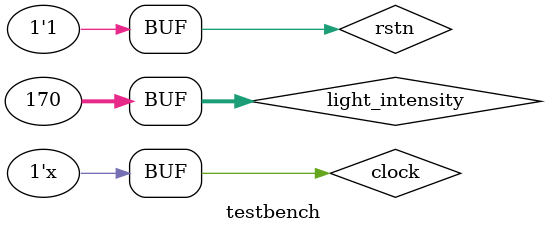
<source format=sv>
`timescale 1ns/1ps
module testbench ();
	reg  		rstn;
	reg  [31:0] light_intensity;
	reg   [3:0] count_out;
	reg         xbs_select;
    reg  [31:0] mem_addr;
    reg  [31:0] mem_data_in;
    reg         mem_rnw;
    reg  [ 3:0] mem_be;
    reg         mem_ack;
    reg  [31:0] mem_data_out;




//-------------------------------------------------------------------
// Testbranch reconfiguration-trriger
//-------------------------------------------------------------------
	initial
		begin
			rstn = 0; light_intensity =   0; #100;
			rstn = 1; light_intensity =  80; #10000;
			rstn = 1; light_intensity = 180; #10000;
			rstn = 0; light_intensity =   0; #10000;
			rstn = 1; light_intensity = 180; #10000;
			rstn = 1; light_intensity =  70; #10000;
			rstn = 1; light_intensity = 170; #10000;
	end

//-------------------------------------------------------------------
// simulation-only clock period=10ns 100 MHz
//-------------------------------------------------------------------
	reg clock;
	initial clock=0;
	always #5 clock=~clock;


	top top_0(clock,rstn,light_intensity,count_out,xbs_select,
				mem_addr,mem_data_in,mem_rnw,mem_be,mem_ack,
				mem_data_out);

//-------------------------------------------------------------------
// Virtual external re-configuration memory
//-------------------------------------------------------------------

	memctrl mem_0(
		.clk              (clock              ), // external clock
		.rstn             (                   ), // not use pin
			
		.xbs_select       (xbs_select         ), // mem select signal, sel=1 mem enable
		.xbs_addr         (mem_addr           ), // mem address selection
		.xbs_data         (mem_data_in        ), // mem 32-bit data input AXI 
		.xbs_rnw          (mem_rnw            ), // rnw=1, read mode; rnw=0, write mode
		.xbs_be           (mem_be             ), // byte selction, (1000 = select first byte, 1111 = select all)
		.sl_ack           (mem_ack            ), // data ready ack, normal delay is 3 cycle
		.sl_data          (mem_data_out       )  // 32 bit mem output data 
	); 



endmodule

</source>
